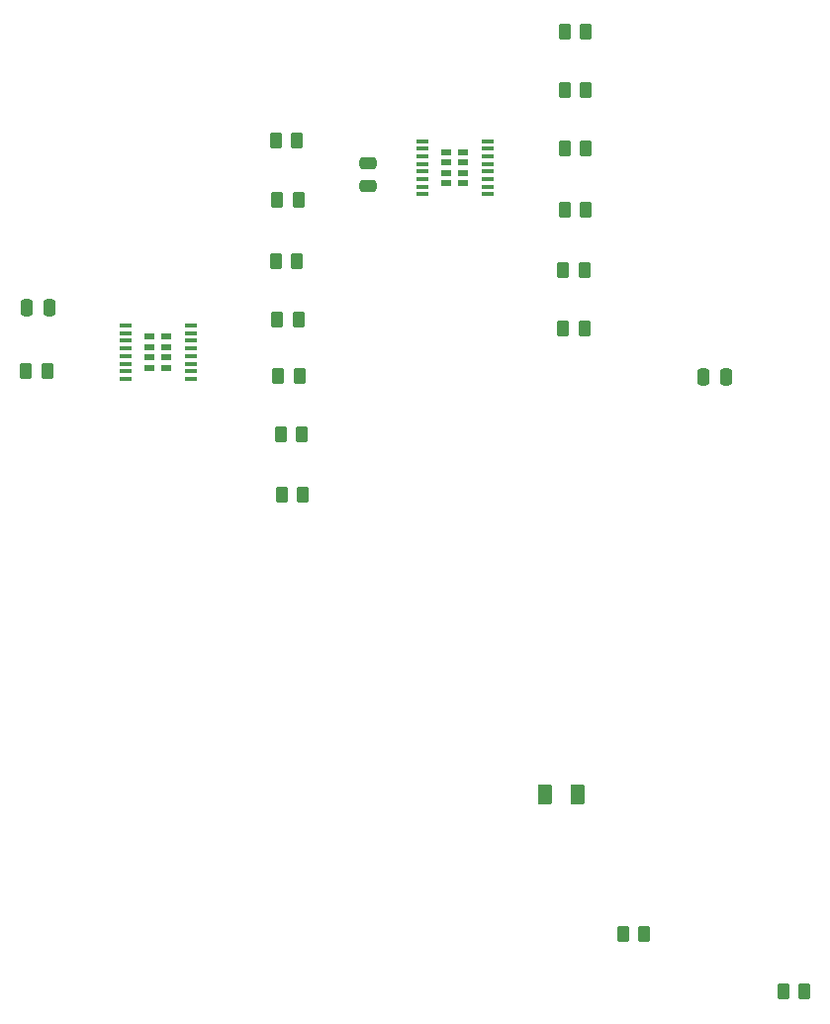
<source format=gtp>
G04 #@! TF.GenerationSoftware,KiCad,Pcbnew,(6.0.7-1)-1*
G04 #@! TF.CreationDate,2022-12-01T13:22:29-08:00*
G04 #@! TF.ProjectId,UrbanSteering,55726261-6e53-4746-9565-72696e672e6b,rev?*
G04 #@! TF.SameCoordinates,Original*
G04 #@! TF.FileFunction,Paste,Top*
G04 #@! TF.FilePolarity,Positive*
%FSLAX46Y46*%
G04 Gerber Fmt 4.6, Leading zero omitted, Abs format (unit mm)*
G04 Created by KiCad (PCBNEW (6.0.7-1)-1) date 2022-12-01 13:22:29*
%MOMM*%
%LPD*%
G01*
G04 APERTURE LIST*
G04 Aperture macros list*
%AMRoundRect*
0 Rectangle with rounded corners*
0 $1 Rounding radius*
0 $2 $3 $4 $5 $6 $7 $8 $9 X,Y pos of 4 corners*
0 Add a 4 corners polygon primitive as box body*
4,1,4,$2,$3,$4,$5,$6,$7,$8,$9,$2,$3,0*
0 Add four circle primitives for the rounded corners*
1,1,$1+$1,$2,$3*
1,1,$1+$1,$4,$5*
1,1,$1+$1,$6,$7*
1,1,$1+$1,$8,$9*
0 Add four rect primitives between the rounded corners*
20,1,$1+$1,$2,$3,$4,$5,0*
20,1,$1+$1,$4,$5,$6,$7,0*
20,1,$1+$1,$6,$7,$8,$9,0*
20,1,$1+$1,$8,$9,$2,$3,0*%
G04 Aperture macros list end*
%ADD10RoundRect,0.250000X0.262500X0.450000X-0.262500X0.450000X-0.262500X-0.450000X0.262500X-0.450000X0*%
%ADD11R,1.050000X0.450000*%
%ADD12R,0.882000X0.537000*%
%ADD13RoundRect,0.250000X-0.262500X-0.450000X0.262500X-0.450000X0.262500X0.450000X-0.262500X0.450000X0*%
%ADD14RoundRect,0.250000X-0.250000X-0.475000X0.250000X-0.475000X0.250000X0.475000X-0.250000X0.475000X0*%
%ADD15RoundRect,0.250000X-0.375000X-0.625000X0.375000X-0.625000X0.375000X0.625000X-0.375000X0.625000X0*%
%ADD16RoundRect,0.250000X0.475000X-0.250000X0.475000X0.250000X-0.475000X0.250000X-0.475000X-0.250000X0*%
G04 APERTURE END LIST*
D10*
X162198479Y-75574740D03*
X160373479Y-75574740D03*
X186885979Y-60974740D03*
X185060979Y-60974740D03*
X162298479Y-70374740D03*
X160473479Y-70374740D03*
X191898479Y-133174740D03*
X190073479Y-133174740D03*
D11*
X178460979Y-69849740D03*
X178460979Y-69199740D03*
X178460979Y-68549740D03*
X178460979Y-67899740D03*
X178460979Y-67249740D03*
X178460979Y-66599740D03*
X178460979Y-65949740D03*
X178460979Y-65299740D03*
X172910979Y-65299740D03*
X172910979Y-65949740D03*
X172910979Y-66599740D03*
X172910979Y-67249740D03*
X172910979Y-67899740D03*
X172910979Y-68549740D03*
X172910979Y-69199740D03*
X172910979Y-69849740D03*
D12*
X176420979Y-66232240D03*
X176420979Y-68917240D03*
X176420979Y-68022240D03*
X174950979Y-67127240D03*
X174950979Y-68022240D03*
X174950979Y-66232240D03*
X174950979Y-68917240D03*
X176420979Y-67127240D03*
D11*
X153060979Y-85649740D03*
X153060979Y-84999740D03*
X153060979Y-84349740D03*
X153060979Y-83699740D03*
X153060979Y-83049740D03*
X153060979Y-82399740D03*
X153060979Y-81749740D03*
X153060979Y-81099740D03*
X147510979Y-81099740D03*
X147510979Y-81749740D03*
X147510979Y-82399740D03*
X147510979Y-83049740D03*
X147510979Y-83699740D03*
X147510979Y-84349740D03*
X147510979Y-84999740D03*
X147510979Y-85649740D03*
D12*
X149550979Y-82032240D03*
X151020979Y-84717240D03*
X149550979Y-83822240D03*
X151020979Y-82032240D03*
X149550979Y-82927240D03*
X151020979Y-83822240D03*
X149550979Y-84717240D03*
X151020979Y-82927240D03*
D10*
X186798479Y-81374740D03*
X184973479Y-81374740D03*
X162198479Y-65274740D03*
X160373479Y-65274740D03*
X162310979Y-80574740D03*
X160485979Y-80574740D03*
D13*
X185060979Y-71174740D03*
X186885979Y-71174740D03*
D10*
X205598479Y-138074740D03*
X203773479Y-138074740D03*
D14*
X139051179Y-79580740D03*
X140951179Y-79580740D03*
D13*
X185060979Y-65974740D03*
X186885979Y-65974740D03*
X138960979Y-84974740D03*
X140785979Y-84974740D03*
D10*
X162598479Y-90374740D03*
X160773479Y-90374740D03*
X186798479Y-76374740D03*
X184973479Y-76374740D03*
X162685979Y-95574740D03*
X160860979Y-95574740D03*
D13*
X185060979Y-55974740D03*
X186885979Y-55974740D03*
D14*
X196963179Y-85524340D03*
X198863179Y-85524340D03*
D15*
X183429179Y-121185940D03*
X186229179Y-121185940D03*
D16*
X168285979Y-69124740D03*
X168285979Y-67224740D03*
D10*
X162398479Y-85374740D03*
X160573479Y-85374740D03*
M02*

</source>
